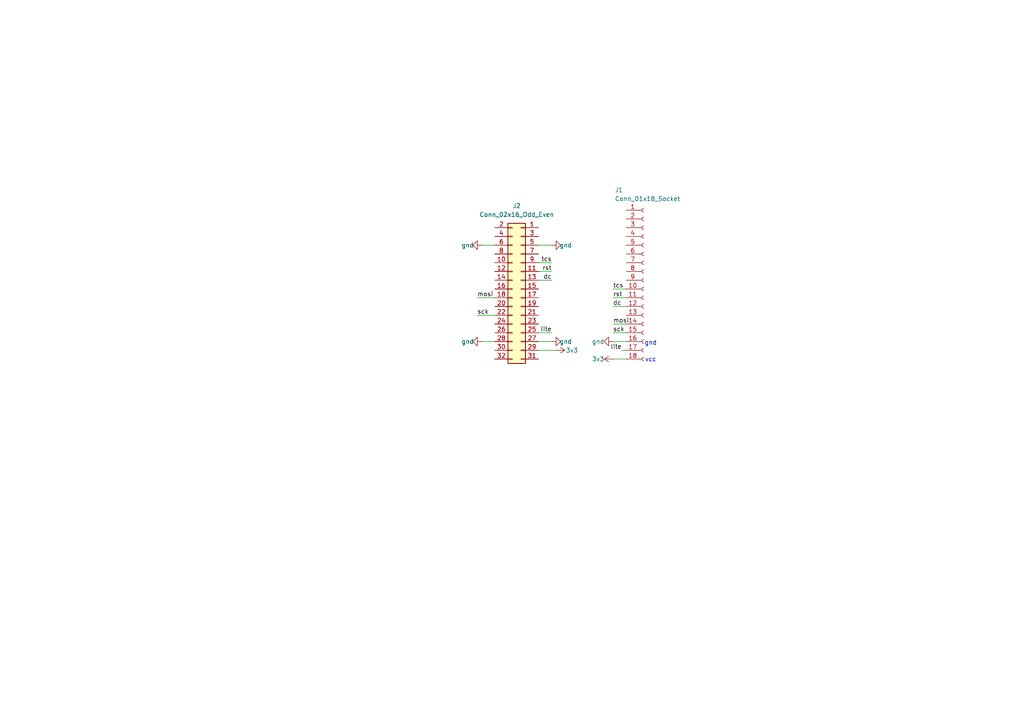
<source format=kicad_sch>
(kicad_sch (version 20250114) (generator "eeschema") (generator_version "9.0")
  (paper "A4")
  (lib_symbols
    (symbol "Connector:Conn_01x18_Socket" (pin_names (offset 1.016) (hide yes))
      (property "Reference" "J" (at 0 22.86 0))
      (property "Value" "Conn_01x18_Socket" (at 0 -25.4 0))
      (symbol "Conn_01x18_Socket_1_1"
        (polyline (pts (xy -1.27 20.32) (xy -0.508 20.32)) (stroke (width 0.1524)))
        (polyline (pts (xy -1.27 17.78) (xy -0.508 17.78)) (stroke (width 0.1524)))
        (polyline (pts (xy -1.27 15.24) (xy -0.508 15.24)) (stroke (width 0.1524)))
        (polyline (pts (xy -1.27 12.7) (xy -0.508 12.7)) (stroke (width 0.1524)))
        (polyline (pts (xy -1.27 10.16) (xy -0.508 10.16)) (stroke (width 0.1524)))
        (polyline (pts (xy -1.27 7.62) (xy -0.508 7.62)) (stroke (width 0.1524)))
        (polyline (pts (xy -1.27 5.08) (xy -0.508 5.08)) (stroke (width 0.1524)))
        (polyline (pts (xy -1.27 2.54) (xy -0.508 2.54)) (stroke (width 0.1524)))
        (polyline (pts (xy -1.27 0) (xy -0.508 0)) (stroke (width 0.1524)))
        (polyline (pts (xy -1.27 -2.54) (xy -0.508 -2.54)) (stroke (width 0.1524)))
        (polyline (pts (xy -1.27 -5.08) (xy -0.508 -5.08)) (stroke (width 0.1524)))
        (polyline (pts (xy -1.27 -7.62) (xy -0.508 -7.62)) (stroke (width 0.1524)))
        (polyline (pts (xy -1.27 -10.16) (xy -0.508 -10.16)) (stroke (width 0.1524)))
        (polyline (pts (xy -1.27 -12.7) (xy -0.508 -12.7)) (stroke (width 0.1524)))
        (polyline (pts (xy -1.27 -15.24) (xy -0.508 -15.24)) (stroke (width 0.1524)))
        (polyline (pts (xy -1.27 -17.78) (xy -0.508 -17.78)) (stroke (width 0.1524)))
        (polyline (pts (xy -1.27 -20.32) (xy -0.508 -20.32)) (stroke (width 0.1524)))
        (polyline (pts (xy -1.27 -22.86) (xy -0.508 -22.86)) (stroke (width 0.1524)))
        (arc (start 0 19.812) (mid -0.5058 20.32) (end 0 20.828) (stroke (width 0.1524)))
        (arc (start 0 17.272) (mid -0.5058 17.78) (end 0 18.288) (stroke (width 0.1524)))
        (arc (start 0 14.732) (mid -0.5058 15.24) (end 0 15.748) (stroke (width 0.1524)))
        (arc (start 0 12.192) (mid -0.5058 12.7) (end 0 13.208) (stroke (width 0.1524)))
        (arc (start 0 9.652) (mid -0.5058 10.16) (end 0 10.668) (stroke (width 0.1524)))
        (arc (start 0 7.112) (mid -0.5058 7.62) (end 0 8.128) (stroke (width 0.1524)))
        (arc (start 0 4.572) (mid -0.5058 5.08) (end 0 5.588) (stroke (width 0.1524)))
        (arc (start 0 2.032) (mid -0.5058 2.54) (end 0 3.048) (stroke (width 0.1524)))
        (arc (start 0 -0.508) (mid -0.5058 0) (end 0 0.508) (stroke (width 0.1524)))
        (arc (start 0 -3.048) (mid -0.5058 -2.54) (end 0 -2.032) (stroke (width 0.1524)))
        (arc (start 0 -5.588) (mid -0.5058 -5.08) (end 0 -4.572) (stroke (width 0.1524)))
        (arc (start 0 -8.128) (mid -0.5058 -7.62) (end 0 -7.112) (stroke (width 0.1524)))
        (arc (start 0 -10.668) (mid -0.5058 -10.16) (end 0 -9.652) (stroke (width 0.1524)))
        (arc (start 0 -13.208) (mid -0.5058 -12.7) (end 0 -12.192) (stroke (width 0.1524)))
        (arc (start 0 -15.748) (mid -0.5058 -15.24) (end 0 -14.732) (stroke (width 0.1524)))
        (arc (start 0 -18.288) (mid -0.5058 -17.78) (end 0 -17.272) (stroke (width 0.1524)))
        (arc (start 0 -20.828) (mid -0.5058 -20.32) (end 0 -19.812) (stroke (width 0.1524)))
        (arc (start 0 -23.368) (mid -0.5058 -22.86) (end 0 -22.352) (stroke (width 0.1524)))
        (pin passive line (at -5.08 20.32 0) (length 3.81) (name "Pin_1") (number "1"))
        (pin passive line (at -5.08 17.78 0) (length 3.81) (name "Pin_2") (number "2"))
        (pin passive line (at -5.08 15.24 0) (length 3.81) (name "Pin_3") (number "3"))
        (pin passive line (at -5.08 12.7 0) (length 3.81) (name "Pin_4") (number "4"))
        (pin passive line (at -5.08 10.16 0) (length 3.81) (name "Pin_5") (number "5"))
        (pin passive line (at -5.08 7.62 0) (length 3.81) (name "Pin_6") (number "6"))
        (pin passive line (at -5.08 5.08 0) (length 3.81) (name "Pin_7") (number "7"))
        (pin passive line (at -5.08 2.54 0) (length 3.81) (name "Pin_8") (number "8"))
        (pin passive line (at -5.08 0 0) (length 3.81) (name "Pin_9") (number "9"))
        (pin passive line (at -5.08 -2.54 0) (length 3.81) (name "Pin_10") (number "10"))
        (pin passive line (at -5.08 -5.08 0) (length 3.81) (name "Pin_11") (number "11"))
        (pin passive line (at -5.08 -7.62 0) (length 3.81) (name "Pin_12") (number "12"))
        (pin passive line (at -5.08 -10.16 0) (length 3.81) (name "Pin_13") (number "13"))
        (pin passive line (at -5.08 -12.7 0) (length 3.81) (name "Pin_14") (number "14"))
        (pin passive line (at -5.08 -15.24 0) (length 3.81) (name "Pin_15") (number "15"))
        (pin passive line (at -5.08 -17.78 0) (length 3.81) (name "Pin_16") (number "16"))
        (pin passive line (at -5.08 -20.32 0) (length 3.81) (name "Pin_17") (number "17"))
        (pin passive line (at -5.08 -22.86 0) (length 3.81) (name "Pin_18") (number "18"))
      )
    )
    (symbol "Connector_Generic:Conn_02x16_Odd_Even" (pin_names (offset 1.016) (hide yes))
      (property "Reference" "J" (at 1.27 20.32 0))
      (property "Value" "Conn_02x16_Odd_Even" (at 1.27 -22.86 0))
      (symbol "Conn_02x16_Odd_Even_1_1"
        (rectangle (start -1.27 19.05) (end 3.81 -21.59) (stroke (width 0.254)) (fill (type background)))
        (rectangle (start -1.27 17.907) (end 0 17.653) (stroke (width 0.1524)))
        (rectangle (start -1.27 15.367) (end 0 15.113) (stroke (width 0.1524)))
        (rectangle (start -1.27 12.827) (end 0 12.573) (stroke (width 0.1524)))
        (rectangle (start -1.27 10.287) (end 0 10.033) (stroke (width 0.1524)))
        (rectangle (start -1.27 7.747) (end 0 7.493) (stroke (width 0.1524)))
        (rectangle (start -1.27 5.207) (end 0 4.953) (stroke (width 0.1524)))
        (rectangle (start -1.27 2.667) (end 0 2.413) (stroke (width 0.1524)))
        (rectangle (start -1.27 0.127) (end 0 -0.127) (stroke (width 0.1524)))
        (rectangle (start -1.27 -2.413) (end 0 -2.667) (stroke (width 0.1524)))
        (rectangle (start -1.27 -4.953) (end 0 -5.207) (stroke (width 0.1524)))
        (rectangle (start -1.27 -7.493) (end 0 -7.747) (stroke (width 0.1524)))
        (rectangle (start -1.27 -10.033) (end 0 -10.287) (stroke (width 0.1524)))
        (rectangle (start -1.27 -12.573) (end 0 -12.827) (stroke (width 0.1524)))
        (rectangle (start -1.27 -15.113) (end 0 -15.367) (stroke (width 0.1524)))
        (rectangle (start -1.27 -17.653) (end 0 -17.907) (stroke (width 0.1524)))
        (rectangle (start -1.27 -20.193) (end 0 -20.447) (stroke (width 0.1524)))
        (rectangle (start 3.81 17.907) (end 2.54 17.653) (stroke (width 0.1524)))
        (rectangle (start 3.81 15.367) (end 2.54 15.113) (stroke (width 0.1524)))
        (rectangle (start 3.81 12.827) (end 2.54 12.573) (stroke (width 0.1524)))
        (rectangle (start 3.81 10.287) (end 2.54 10.033) (stroke (width 0.1524)))
        (rectangle (start 3.81 7.747) (end 2.54 7.493) (stroke (width 0.1524)))
        (rectangle (start 3.81 5.207) (end 2.54 4.953) (stroke (width 0.1524)))
        (rectangle (start 3.81 2.667) (end 2.54 2.413) (stroke (width 0.1524)))
        (rectangle (start 3.81 0.127) (end 2.54 -0.127) (stroke (width 0.1524)))
        (rectangle (start 3.81 -2.413) (end 2.54 -2.667) (stroke (width 0.1524)))
        (rectangle (start 3.81 -4.953) (end 2.54 -5.207) (stroke (width 0.1524)))
        (rectangle (start 3.81 -7.493) (end 2.54 -7.747) (stroke (width 0.1524)))
        (rectangle (start 3.81 -10.033) (end 2.54 -10.287) (stroke (width 0.1524)))
        (rectangle (start 3.81 -12.573) (end 2.54 -12.827) (stroke (width 0.1524)))
        (rectangle (start 3.81 -15.113) (end 2.54 -15.367) (stroke (width 0.1524)))
        (rectangle (start 3.81 -17.653) (end 2.54 -17.907) (stroke (width 0.1524)))
        (rectangle (start 3.81 -20.193) (end 2.54 -20.447) (stroke (width 0.1524)))
        (pin passive line (at -5.08 17.78 0) (length 3.81) (name "Pin_1") (number "1"))
        (pin passive line (at -5.08 15.24 0) (length 3.81) (name "Pin_3") (number "3"))
        (pin passive line (at -5.08 12.7 0) (length 3.81) (name "Pin_5") (number "5"))
        (pin passive line (at -5.08 10.16 0) (length 3.81) (name "Pin_7") (number "7"))
        (pin passive line (at -5.08 7.62 0) (length 3.81) (name "Pin_9") (number "9"))
        (pin passive line (at -5.08 5.08 0) (length 3.81) (name "Pin_11") (number "11"))
        (pin passive line (at -5.08 2.54 0) (length 3.81) (name "Pin_13") (number "13"))
        (pin passive line (at -5.08 0 0) (length 3.81) (name "Pin_15") (number "15"))
        (pin passive line (at -5.08 -2.54 0) (length 3.81) (name "Pin_17") (number "17"))
        (pin passive line (at -5.08 -5.08 0) (length 3.81) (name "Pin_19") (number "19"))
        (pin passive line (at -5.08 -7.62 0) (length 3.81) (name "Pin_21") (number "21"))
        (pin passive line (at -5.08 -10.16 0) (length 3.81) (name "Pin_23") (number "23"))
        (pin passive line (at -5.08 -12.7 0) (length 3.81) (name "Pin_25") (number "25"))
        (pin passive line (at -5.08 -15.24 0) (length 3.81) (name "Pin_27") (number "27"))
        (pin passive line (at -5.08 -17.78 0) (length 3.81) (name "Pin_29") (number "29"))
        (pin passive line (at -5.08 -20.32 0) (length 3.81) (name "Pin_31") (number "31"))
        (pin passive line (at 7.62 17.78 180) (length 3.81) (name "Pin_2") (number "2"))
        (pin passive line (at 7.62 15.24 180) (length 3.81) (name "Pin_4") (number "4"))
        (pin passive line (at 7.62 12.7 180) (length 3.81) (name "Pin_6") (number "6"))
        (pin passive line (at 7.62 10.16 180) (length 3.81) (name "Pin_8") (number "8"))
        (pin passive line (at 7.62 7.62 180) (length 3.81) (name "Pin_10") (number "10"))
        (pin passive line (at 7.62 5.08 180) (length 3.81) (name "Pin_12") (number "12"))
        (pin passive line (at 7.62 2.54 180) (length 3.81) (name "Pin_14") (number "14"))
        (pin passive line (at 7.62 0 180) (length 3.81) (name "Pin_16") (number "16"))
        (pin passive line (at 7.62 -2.54 180) (length 3.81) (name "Pin_18") (number "18"))
        (pin passive line (at 7.62 -5.08 180) (length 3.81) (name "Pin_20") (number "20"))
        (pin passive line (at 7.62 -7.62 180) (length 3.81) (name "Pin_22") (number "22"))
        (pin passive line (at 7.62 -10.16 180) (length 3.81) (name "Pin_24") (number "24"))
        (pin passive line (at 7.62 -12.7 180) (length 3.81) (name "Pin_26") (number "26"))
        (pin passive line (at 7.62 -15.24 180) (length 3.81) (name "Pin_28") (number "28"))
        (pin passive line (at 7.62 -17.78 180) (length 3.81) (name "Pin_30") (number "30"))
        (pin passive line (at 7.62 -20.32 180) (length 3.81) (name "Pin_32") (number "32"))
      )
    )
    (symbol "power:+3V3" (power) (pin_numbers (hide yes)) (pin_names (offset 0) (hide yes))
      (property "Value" "+3V3" (at 0 3.556 0))
      (symbol "+3V3_0_1"
        (polyline (pts (xy -0.762 1.27) (xy 0 2.54)))
        (polyline (pts (xy 0 2.54) (xy 0.762 1.27)))
        (polyline (pts (xy 0 0) (xy 0 2.54)))
      )
      (symbol "+3V3_1_1"
        (pin power_in line (at 0 0 90) (length 0) (name "~") (number "1"))
      )
    )
    (symbol "power:GND" (power) (pin_numbers (hide yes)) (pin_names (offset 0) (hide yes))
      (property "Value" "GND" (at 0 -3.81 0))
      (symbol "GND_0_1"
        (polyline (pts (xy 0 0) (xy 0 -1.27) (xy 1.27 -1.27) (xy 0 -2.54) (xy -1.27 -1.27) (xy 0 -1.27)))
      )
      (symbol "GND_1_1"
        (pin power_in line (at 0 0 270) (length 0) (name "~") (number "1"))
      )
    )
  )
  (text "gnd" (at 188.722 99.568 0) (effects (font (size 1.27 1.27))))
  (text "vcc" (at 188.722 104.394 0) (effects (font (size 1.27 1.27))))
  (wire (pts (xy 138.43 91.44) (xy 143.51 91.44)))
  (wire (pts (xy 177.8 93.98) (xy 181.61 93.98)))
  (wire (pts (xy 156.21 76.2) (xy 160.02 76.2)))
  (wire (pts (xy 139.7 99.06) (xy 143.51 99.06)))
  (wire (pts (xy 181.61 96.52) (xy 177.8 96.52)))
  (wire (pts (xy 139.7 71.12) (xy 143.51 71.12)))
  (wire (pts (xy 156.21 101.6) (xy 161.29 101.6)))
  (wire (pts (xy 160.02 96.52) (xy 156.21 96.52)))
  (wire (pts (xy 177.8 83.82) (xy 181.61 83.82)))
  (wire (pts (xy 181.61 99.06) (xy 177.8 99.06)))
  (wire (pts (xy 156.21 99.06) (xy 160.02 99.06)))
  (wire (pts (xy 160.02 81.28) (xy 156.21 81.28)))
  (wire (pts (xy 138.43 86.36) (xy 143.51 86.36)))
  (wire (pts (xy 177.8 104.14) (xy 181.61 104.14)))
  (wire (pts (xy 177.8 88.9) (xy 181.61 88.9)))
  (wire (pts (xy 180.34 101.6) (xy 181.61 101.6)))
  (wire (pts (xy 156.21 71.12) (xy 160.02 71.12)))
  (wire (pts (xy 156.21 78.74) (xy 160.02 78.74)))
  (wire (pts (xy 177.8 86.36) (xy 181.61 86.36)))
  (label "tcs" (at 160.02 76.2 180))
  (label "rst" (at 160.02 78.74 180))
  (label "mosi" (at 138.43 86.36 0))
  (label "sck" (at 177.8 96.52 0))
  (label "lite" (at 160.02 96.52 180))
  (label "lite" (at 180.34 101.6 180))
  (label "rst" (at 177.8 86.36 0))
  (label "sck" (at 138.43 91.44 0))
  (label "dc" (at 177.8 88.9 0))
  (label "dc" (at 160.02 81.28 180))
  (label "tcs" (at 177.8 83.82 0))
  (label "mosi" (at 177.8 93.98 0))
  (symbol (lib_id "power:GND") (at 160.02 71.12 90) (unit 1)
    (property "Reference" "#PWR03" (effects (hide yes)))
    (property "Value" "gnd" (at 164.084 71.12 90))
    (property "Description" "Power symbol creates a global label with name \"GND\" , ground" (effects (hide yes)))
  )
  (symbol (lib_id "power:GND") (at 177.8 99.06 270) (unit 1)
    (property "Reference" "#PWR04" (effects (hide yes)))
    (property "Value" "gnd" (at 173.482 99.06 90))
    (property "Description" "Power symbol creates a global label with name \"GND\" , ground" (effects (hide yes)))
  )
  (symbol (lib_id "power:GND") (at 139.7 71.12 270) (unit 1)
    (property "Reference" "#PWR08" (effects (hide yes)))
    (property "Value" "gnd" (at 135.636 71.12 90))
    (property "Description" "Power symbol creates a global label with name \"GND\" , ground" (effects (hide yes)))
  )
  (symbol (lib_id "power:GND") (at 139.7 99.06 270) (unit 1)
    (property "Reference" "#PWR015" (effects (hide yes)))
    (property "Value" "gnd" (at 135.636 99.06 90))
    (property "Description" "Power symbol creates a global label with name \"GND\" , ground" (effects (hide yes)))
  )
  (symbol (lib_id "Connector:Conn_01x18_Socket") (at 186.69 81.28 0) (unit 1)
    (property "Reference" "J1" (at 178.308 55.118 0) (effects (justify left)))
    (property "Value" "Conn_01x18_Socket" (at 178.308 57.658 0) (effects (justify left)))
    (property "Footprint" "Connector_FFC-FPC:Hirose_FH12-18S-0.5SH_1x18-1MP_P0.50mm_Horizontal" (effects (hide yes)))
    (property "Description" "Generic connector, single row, 01x18, script generated" (effects (hide yes)))
  )
  (symbol (lib_id "Connector_Generic:Conn_02x16_Odd_Even") (at 151.13 83.82 0) (mirror y) (unit 1)
    (property "Reference" "J2" (at 149.86 59.69 0))
    (property "Value" "Conn_02x16_Odd_Even" (at 149.86 62.23 0))
    (property "Footprint" "Connector_PinHeader_2.54mm:PinHeader_2x16_P2.54mm_Vertical_SMD" (effects (hide yes)))
    (property "Description" "Generic connector, double row, 02x16, odd/even pin numbering scheme (row 1 odd numbers, row 2 even numbers), script generated (kicad-library-utils/schlib/autogen/connector/)" (effects (hide yes)))
  )
  (symbol (lib_id "power:+3V3") (at 177.8 104.14 90) (unit 1)
    (property "Reference" "#PWR02" (effects (hide yes)))
    (property "Value" "3v3" (at 173.482 104.14 90))
    (property "Description" "Power symbol creates a global label with name \"+3V3\"" (effects (hide yes)))
  )
  (symbol (lib_id "power:GND") (at 160.02 99.06 90) (unit 1)
    (property "Reference" "#PWR016" (effects (hide yes)))
    (property "Value" "gnd" (at 164.084 99.06 90))
    (property "Description" "Power symbol creates a global label with name \"GND\" , ground" (effects (hide yes)))
  )
  (symbol (lib_id "power:+3V3") (at 161.29 101.6 270) (unit 1)
    (property "Reference" "#PWR012" (effects (hide yes)))
    (property "Value" "3v3" (at 165.862 101.6 90))
    (property "Description" "Power symbol creates a global label with name \"+3V3\"" (effects (hide yes)))
  )
)
</source>
